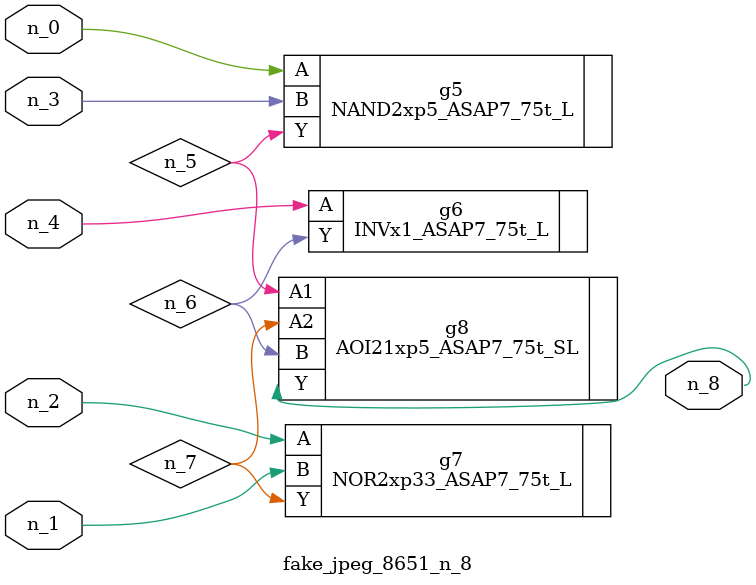
<source format=v>
module fake_jpeg_8651_n_8 (n_3, n_2, n_1, n_0, n_4, n_8);

input n_3;
input n_2;
input n_1;
input n_0;
input n_4;

output n_8;

wire n_6;
wire n_5;
wire n_7;

NAND2xp5_ASAP7_75t_L g5 ( 
.A(n_0),
.B(n_3),
.Y(n_5)
);

INVx1_ASAP7_75t_L g6 ( 
.A(n_4),
.Y(n_6)
);

NOR2xp33_ASAP7_75t_L g7 ( 
.A(n_2),
.B(n_1),
.Y(n_7)
);

AOI21xp5_ASAP7_75t_SL g8 ( 
.A1(n_5),
.A2(n_7),
.B(n_6),
.Y(n_8)
);


endmodule
</source>
